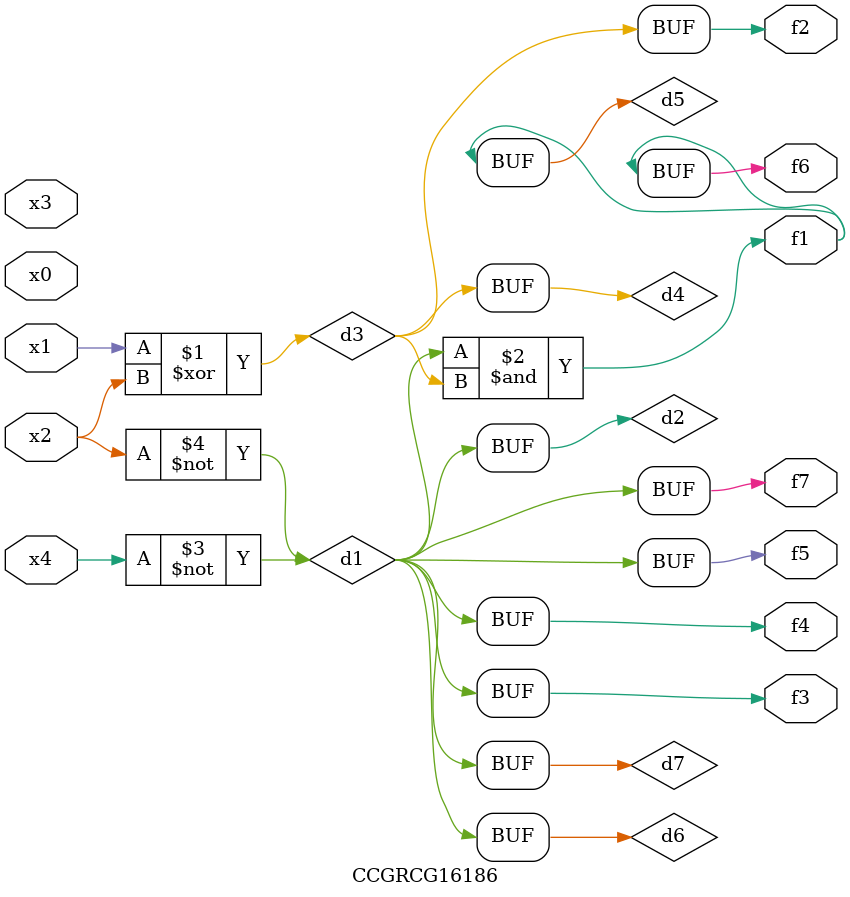
<source format=v>
module CCGRCG16186(
	input x0, x1, x2, x3, x4,
	output f1, f2, f3, f4, f5, f6, f7
);

	wire d1, d2, d3, d4, d5, d6, d7;

	not (d1, x4);
	not (d2, x2);
	xor (d3, x1, x2);
	buf (d4, d3);
	and (d5, d1, d3);
	buf (d6, d1, d2);
	buf (d7, d2);
	assign f1 = d5;
	assign f2 = d4;
	assign f3 = d7;
	assign f4 = d7;
	assign f5 = d7;
	assign f6 = d5;
	assign f7 = d7;
endmodule

</source>
